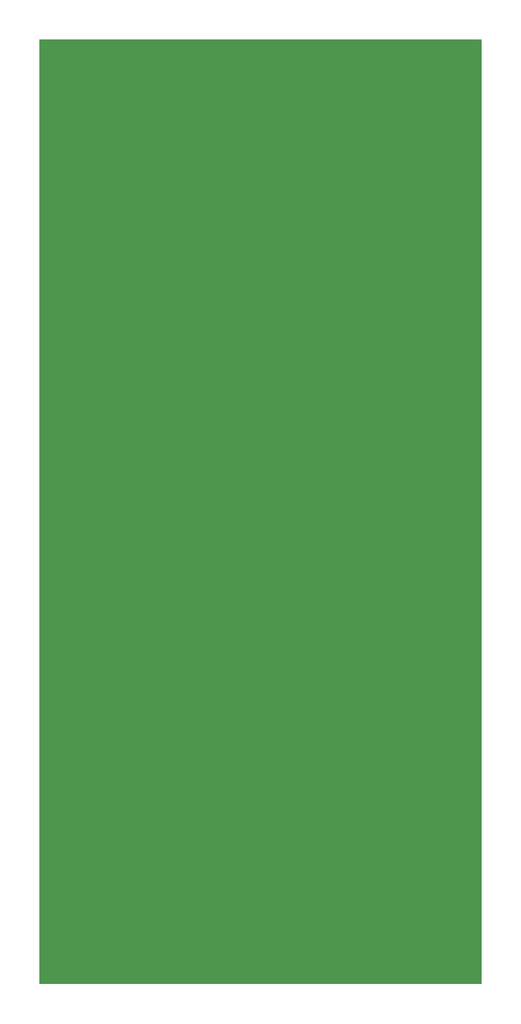
<source format=gbr>
G04 #@! TF.GenerationSoftware,KiCad,Pcbnew,7.0.6-0*
G04 #@! TF.CreationDate,2024-04-10T15:20:03-07:00*
G04 #@! TF.ProjectId,Sampler-built,53616d70-6c65-4722-9d62-75696c742e6b,rev?*
G04 #@! TF.SameCoordinates,PXb71b00PY73f50f0*
G04 #@! TF.FileFunction,Copper,L4,Bot*
G04 #@! TF.FilePolarity,Positive*
%FSLAX46Y46*%
G04 Gerber Fmt 4.6, Leading zero omitted, Abs format (unit mm)*
G04 Created by KiCad (PCBNEW 7.0.6-0) date 2024-04-10 15:20:03*
%MOMM*%
%LPD*%
G01*
G04 APERTURE LIST*
G04 #@! TA.AperFunction,SMDPad,CuDef*
%ADD10R,60.000000X8.000000*%
G04 #@! TD*
G04 #@! TA.AperFunction,ComponentPad*
%ADD11C,7.874000*%
G04 #@! TD*
G04 #@! TA.AperFunction,ComponentPad*
%ADD12C,8.051800*%
G04 #@! TD*
G04 #@! TA.AperFunction,ComponentPad*
%ADD13C,7.620000*%
G04 #@! TD*
G04 #@! TA.AperFunction,ComponentPad*
%ADD14C,5.969000*%
G04 #@! TD*
G04 #@! TA.AperFunction,ComponentPad*
%ADD15O,7.366000X4.191000*%
G04 #@! TD*
G04 APERTURE END LIST*
D10*
G04 #@! TO.P,,1*
G04 #@! TO.N,GND*
X153950000Y-9250000D03*
G04 #@! TD*
G04 #@! TO.P,REF\u002A\u002A,1*
G04 #@! TO.N,GND*
X153910000Y110670000D03*
G04 #@! TD*
D11*
G04 #@! TO.P,REF\u002A\u002A,1*
G04 #@! TO.N,GND*
X170760000Y84180000D03*
G04 #@! TD*
D12*
G04 #@! TO.P,LOCK1,1*
G04 #@! TO.N,GND*
X153873352Y96549922D03*
G04 #@! TD*
D13*
G04 #@! TO.P,REF\u002A\u002A,1*
G04 #@! TO.N,GND*
X147563352Y17999922D03*
G04 #@! TD*
D11*
G04 #@! TO.P,REF\u002A\u002A,1*
G04 #@! TO.N,GND*
X134063352Y57999922D03*
G04 #@! TD*
D13*
G04 #@! TO.P,REF\u002A\u002A,1*
G04 #@! TO.N,GND*
X132063352Y17999922D03*
G04 #@! TD*
G04 #@! TO.P,REF\u002A\u002A,1*
G04 #@! TO.N,GND*
X175591352Y2999922D03*
G04 #@! TD*
G04 #@! TO.P,REF\u002A\u002A,1*
G04 #@! TO.N,GND*
X132063352Y32999922D03*
G04 #@! TD*
G04 #@! TO.P,REF\u002A\u002A,1*
G04 #@! TO.N,GND*
X160063352Y17999922D03*
G04 #@! TD*
D14*
G04 #@! TO.P,REF\u002A\u002A,1*
G04 #@! TO.N,GND*
X173313352Y98649922D03*
G04 #@! TD*
D13*
G04 #@! TO.P,REF\u002A\u002A,1*
G04 #@! TO.N,GND*
X160063352Y2999922D03*
G04 #@! TD*
G04 #@! TO.P,REF\u002A\u002A,1*
G04 #@! TO.N,GND*
X160063352Y32999922D03*
G04 #@! TD*
G04 #@! TO.P,REF\u002A\u002A,1*
G04 #@! TO.N,GND*
X175591352Y32999922D03*
G04 #@! TD*
D11*
G04 #@! TO.P,REF\u002A\u002A,1*
G04 #@! TO.N,GND*
X137063352Y83999922D03*
G04 #@! TD*
D13*
G04 #@! TO.P,REF\u002A\u002A,1*
G04 #@! TO.N,GND*
X147563352Y32999922D03*
G04 #@! TD*
D11*
G04 #@! TO.P,REF\u002A\u002A,1*
G04 #@! TO.N,GND*
X173691352Y57999922D03*
G04 #@! TD*
D14*
G04 #@! TO.P,REF\u002A\u002A,1*
G04 #@! TO.N,GND*
X134441352Y98649922D03*
G04 #@! TD*
D13*
G04 #@! TO.P,REF\u002A\u002A,1*
G04 #@! TO.N,GND*
X131899152Y2954362D03*
G04 #@! TD*
G04 #@! TO.P,REF\u002A\u002A,1*
G04 #@! TO.N,GND*
X147399152Y2954362D03*
G04 #@! TD*
G04 #@! TO.P,REF\u002A\u002A,1*
G04 #@! TO.N,GND*
X175591352Y17999922D03*
G04 #@! TD*
D15*
G04 #@! TO.P,REF\u002A\u002A,1*
G04 #@! TO.N,GND*
X176732000Y-10592800D03*
G04 #@! TD*
G04 #@! TO.P,REF\u002A\u002A,1*
G04 #@! TO.N,GND*
X131118000Y-10592800D03*
G04 #@! TD*
G04 #@! TO.P,REF\u002A\u002A,1*
G04 #@! TO.N,GND*
X176732000Y111912800D03*
G04 #@! TD*
G04 #@! TO.P,REF\u002A\u002A,1*
G04 #@! TO.N,GND*
X131118000Y111912800D03*
G04 #@! TD*
G04 #@! TA.AperFunction,Conductor*
G04 #@! TO.N,GND*
G36*
X183814039Y114536315D02*
G01*
X183859794Y114483511D01*
X183871000Y114432000D01*
X183871000Y-13112000D01*
X183851315Y-13179039D01*
X183798511Y-13224794D01*
X183747000Y-13236000D01*
X124103000Y-13236000D01*
X124035961Y-13216315D01*
X123990206Y-13163511D01*
X123979000Y-13112000D01*
X123979000Y114432000D01*
X123998685Y114499039D01*
X124051489Y114544794D01*
X124103000Y114556000D01*
X183747000Y114556000D01*
X183814039Y114536315D01*
G37*
G04 #@! TD.AperFunction*
G04 #@! TD*
M02*

</source>
